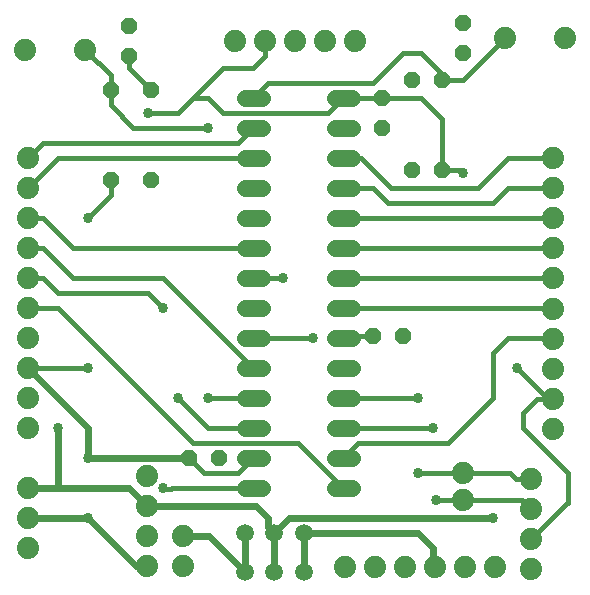
<source format=gbr>
G04 EAGLE Gerber RS-274X export*
G75*
%MOMM*%
%FSLAX34Y34*%
%LPD*%
%INTop Copper*%
%IPPOS*%
%AMOC8*
5,1,8,0,0,1.08239X$1,22.5*%
G01*
%ADD10P,1.539592X8X292.500000*%
%ADD11P,1.539592X8X22.500000*%
%ADD12P,1.539592X8X112.500000*%
%ADD13C,1.422400*%
%ADD14C,1.879600*%
%ADD15C,1.509600*%
%ADD16C,0.609600*%
%ADD17C,0.858000*%
%ADD18C,0.406400*%


D10*
X325120Y419100D03*
X325120Y393700D03*
D11*
X317500Y217170D03*
X342900Y217170D03*
X161290Y114300D03*
X186690Y114300D03*
D10*
X393700Y482600D03*
X393700Y457200D03*
X110490Y480060D03*
X110490Y454660D03*
D12*
X350520Y358140D03*
X350520Y434340D03*
X129540Y349250D03*
X129540Y425450D03*
D10*
X375920Y434340D03*
X375920Y358140D03*
X95250Y425450D03*
X95250Y349250D03*
D13*
X208788Y419100D02*
X223012Y419100D01*
X223012Y393700D02*
X208788Y393700D01*
X208788Y368300D02*
X223012Y368300D01*
X223012Y342900D02*
X208788Y342900D01*
X208788Y317500D02*
X223012Y317500D01*
X223012Y292100D02*
X208788Y292100D01*
X208788Y266700D02*
X223012Y266700D01*
X223012Y241300D02*
X208788Y241300D01*
X208788Y215900D02*
X223012Y215900D01*
X223012Y190500D02*
X208788Y190500D01*
X208788Y165100D02*
X223012Y165100D01*
X223012Y139700D02*
X208788Y139700D01*
X208788Y114300D02*
X223012Y114300D01*
X223012Y88900D02*
X208788Y88900D01*
X284988Y88900D02*
X299212Y88900D01*
X299212Y114300D02*
X284988Y114300D01*
X284988Y139700D02*
X299212Y139700D01*
X299212Y165100D02*
X284988Y165100D01*
X284988Y190500D02*
X299212Y190500D01*
X299212Y215900D02*
X284988Y215900D01*
X284988Y241300D02*
X299212Y241300D01*
X299212Y266700D02*
X284988Y266700D01*
X284988Y292100D02*
X299212Y292100D01*
X299212Y317500D02*
X284988Y317500D01*
X284988Y342900D02*
X299212Y342900D01*
X299212Y368300D02*
X284988Y368300D01*
X284988Y393700D02*
X299212Y393700D01*
X299212Y419100D02*
X284988Y419100D01*
D14*
X393700Y101600D03*
X393700Y78740D03*
X469900Y266700D03*
X469900Y292100D03*
X469900Y317500D03*
X469900Y342900D03*
X469900Y368300D03*
X469900Y138430D03*
X469900Y163830D03*
X469900Y189230D03*
X469900Y214630D03*
X469900Y240030D03*
X25400Y139700D03*
X25400Y165100D03*
X25400Y190500D03*
X25400Y215900D03*
X25400Y241300D03*
X25400Y266700D03*
X25400Y292100D03*
X25400Y317500D03*
X25400Y342900D03*
X25400Y368300D03*
X25400Y88900D03*
X25400Y63500D03*
X25400Y38100D03*
X156210Y22860D03*
X156210Y48260D03*
D15*
X208680Y50790D03*
X233680Y50790D03*
X258680Y50790D03*
X258680Y17790D03*
X233680Y17790D03*
X208680Y17790D03*
D14*
X125730Y22860D03*
X125730Y48260D03*
X125730Y73660D03*
X125730Y99060D03*
X420370Y21590D03*
X394970Y21590D03*
X369570Y21590D03*
X344170Y21590D03*
X318770Y21590D03*
X293370Y21590D03*
X200660Y467360D03*
X226060Y467360D03*
X251460Y467360D03*
X276860Y467360D03*
X302260Y467360D03*
X450850Y20320D03*
X450850Y45720D03*
X450850Y71120D03*
X450850Y96520D03*
X480060Y469900D03*
X429260Y469900D03*
X22860Y459740D03*
X73660Y459740D03*
D16*
X208680Y50790D02*
X208680Y17790D01*
X178210Y48260D02*
X156210Y48260D01*
X178210Y48260D02*
X208680Y17790D01*
X233680Y17790D02*
X233680Y50790D01*
X228600Y55870D01*
X228600Y63500D01*
X218440Y73660D01*
X125730Y73660D01*
X233680Y50790D02*
X246390Y63500D01*
X419100Y63500D01*
D17*
X419100Y63500D03*
D16*
X125730Y73660D02*
X110490Y88900D01*
X50800Y88900D01*
X25400Y88900D01*
X50800Y88900D02*
X50800Y139700D01*
D17*
X50800Y139700D03*
D18*
X292100Y419100D02*
X325120Y419100D01*
X358140Y419100D01*
X375920Y401320D01*
X375920Y358140D01*
X481330Y76200D02*
X450850Y45720D01*
X481330Y76200D02*
X482600Y76200D01*
X482600Y101600D01*
X444500Y139700D01*
X444500Y152400D01*
X455930Y163830D01*
X469900Y163830D01*
D16*
X125730Y22860D02*
X116840Y22860D01*
X76200Y63500D01*
D17*
X76200Y63500D03*
D16*
X25400Y63500D01*
D17*
X76200Y114300D03*
D16*
X76200Y139700D01*
X25400Y190500D01*
X76200Y114300D02*
X161290Y114300D01*
D18*
X76200Y190500D02*
X25400Y190500D01*
D17*
X76200Y190500D03*
X76200Y317500D03*
D18*
X95250Y336550D01*
X95250Y349250D01*
X226060Y454660D02*
X226060Y467360D01*
X226060Y454660D02*
X215900Y444500D01*
X190500Y444500D01*
X165100Y419100D01*
X152400Y406400D01*
X127000Y406400D01*
D17*
X127000Y406400D03*
D18*
X375920Y358140D02*
X391160Y358140D01*
X393700Y355600D01*
D17*
X393700Y355600D03*
X439138Y190500D03*
D18*
X465808Y163830D01*
X469900Y163830D01*
X177800Y419100D02*
X165100Y419100D01*
X177800Y419100D02*
X190500Y406400D01*
X279400Y406400D02*
X292100Y419100D01*
X279400Y406400D02*
X190500Y406400D01*
X161290Y114300D02*
X173990Y101600D01*
X203200Y101600D02*
X215900Y114300D01*
X203200Y101600D02*
X173990Y101600D01*
D16*
X258680Y50790D02*
X258680Y17790D01*
X368300Y22860D02*
X369570Y21590D01*
X368300Y22860D02*
X368300Y38100D01*
X355610Y50790D01*
X258680Y50790D01*
D18*
X292100Y215900D02*
X293370Y217170D01*
X317500Y217170D01*
X375920Y434340D02*
X381000Y434340D01*
X393700Y434340D01*
X429260Y469900D01*
X228600Y431800D02*
X215900Y419100D01*
X317500Y431800D02*
X342900Y457200D01*
X358140Y457200D02*
X381000Y434340D01*
X317500Y431800D02*
X228600Y431800D01*
X342900Y457200D02*
X358140Y457200D01*
X110490Y454660D02*
X110490Y444500D01*
X129540Y425450D01*
X177800Y139700D02*
X215900Y139700D01*
X177800Y139700D02*
X152400Y165100D01*
D17*
X152400Y165100D03*
D18*
X95250Y438150D02*
X73660Y459740D01*
X95250Y438150D02*
X95250Y425450D01*
X177800Y165100D02*
X215900Y165100D01*
D17*
X177800Y165100D03*
X177800Y393700D03*
D18*
X114300Y393700D01*
X95250Y412750D01*
X95250Y425450D01*
X292100Y165100D02*
X355600Y165100D01*
D17*
X355600Y165100D03*
X355600Y101600D03*
D18*
X393700Y101600D01*
X433070Y101600D01*
X438150Y96520D02*
X450850Y96520D01*
X438150Y96520D02*
X433070Y101600D01*
X368300Y139700D02*
X292100Y139700D01*
D17*
X368300Y139700D03*
X370840Y78740D03*
D18*
X393700Y78740D01*
X443230Y78740D01*
X450850Y71120D01*
X266700Y215900D02*
X215900Y215900D01*
D17*
X266700Y215900D03*
D18*
X241300Y266700D02*
X215900Y266700D01*
D17*
X241300Y266700D03*
D18*
X203200Y381000D02*
X215900Y393700D01*
X203200Y381000D02*
X38100Y381000D01*
X25400Y368300D01*
X50800Y368300D02*
X25400Y342900D01*
X50800Y368300D02*
X215900Y368300D01*
X63500Y292100D02*
X38100Y317500D01*
X25400Y317500D01*
X63500Y292100D02*
X215900Y292100D01*
X38100Y292100D02*
X25400Y292100D01*
X38100Y292100D02*
X63500Y266700D01*
X139700Y266700D01*
X215900Y190500D01*
X292100Y368300D02*
X307340Y368300D01*
X332740Y342900D01*
X406400Y342900D01*
X431800Y368300D01*
X469900Y368300D01*
X317500Y342900D02*
X292100Y342900D01*
X317500Y342900D02*
X330200Y330200D01*
X419100Y330200D01*
X431800Y342900D01*
X469900Y342900D01*
X469900Y317500D02*
X292100Y317500D01*
X292100Y292100D02*
X469900Y292100D01*
X469900Y266700D02*
X292100Y266700D01*
X292100Y241300D02*
X468630Y241300D01*
X469900Y240030D01*
X381000Y127000D02*
X304800Y127000D01*
X292100Y114300D01*
X381000Y127000D02*
X419100Y165100D01*
X468630Y215900D02*
X469900Y214630D01*
X419100Y203200D02*
X419100Y165100D01*
X419100Y203200D02*
X431800Y215900D01*
X468630Y215900D01*
X215900Y88900D02*
X147320Y88900D01*
X146050Y87630D01*
X140970Y87630D01*
X139700Y88900D01*
D17*
X139700Y88900D03*
X139700Y241300D03*
D18*
X127000Y254000D01*
X50800Y254000D01*
X38100Y266700D01*
X25400Y266700D01*
X165100Y127000D02*
X254000Y127000D01*
X292100Y88900D01*
X165100Y127000D02*
X50800Y241300D01*
X25400Y241300D01*
M02*

</source>
